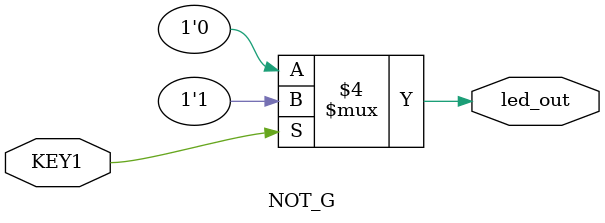
<source format=v>

module NOT_G(KEY1,led_out);

input   KEY1;
output  led_out;    

reg  led_out;

always @ (KEY1)
begin
	if ( KEY1==0 )
		begin
			led_out<=0;
		end
	else
		begin
			led_out<=1;
		end
end 

endmodule

</source>
